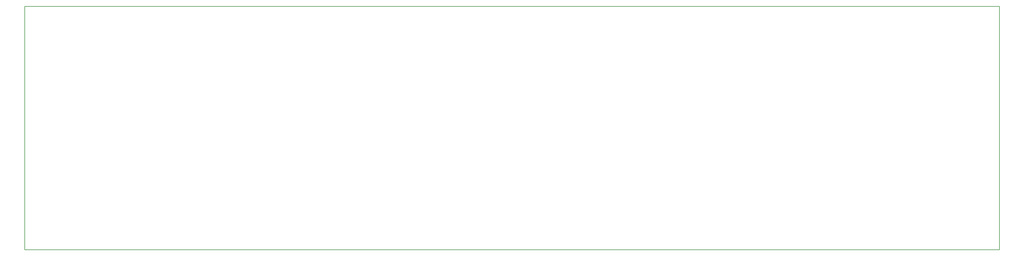
<source format=gko>
G04 Layer: BoardOutlineLayer*
G04 EasyEDA v6.5.34, 2023-08-15 01:36:41*
G04 4f68baccf90e46bd970f154785848b76,5a6b42c53f6a479593ecc07194224c93,10*
G04 Gerber Generator version 0.2*
G04 Scale: 100 percent, Rotated: No, Reflected: No *
G04 Dimensions in millimeters *
G04 leading zeros omitted , absolute positions ,4 integer and 5 decimal *
%FSLAX45Y45*%
%MOMM*%

%ADD10C,0.2540*%
D10*
X2032000Y8102600D02*
G01*
X46228000Y8102600D01*
X46228000Y-2971800D01*
X2032000Y-2971800D01*
X2032000Y8102600D01*

%LPD*%
M02*

</source>
